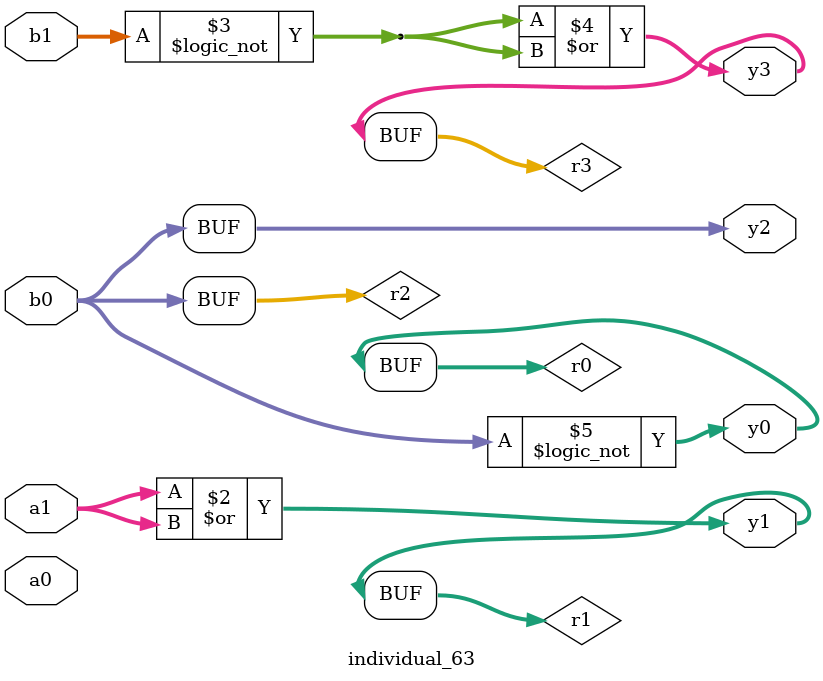
<source format=sv>
module individual_63(input logic [15:0] a1, input logic [15:0] a0, input logic [15:0] b1, input logic [15:0] b0, output logic [15:0] y3, output logic [15:0] y2, output logic [15:0] y1, output logic [15:0] y0);
logic [15:0] r0, r1, r2, r3; 
 always@(*) begin 
	 r0 = a0; r1 = a1; r2 = b0; r3 = b1; 
 	 r1  |=  r1 ;
 	 r3 = ! r3 ;
 	 r3  |=  r3 ;
 	 r0 = ! b0 ;
 	 y3 = r3; y2 = r2; y1 = r1; y0 = r0; 
end
endmodule
</source>
